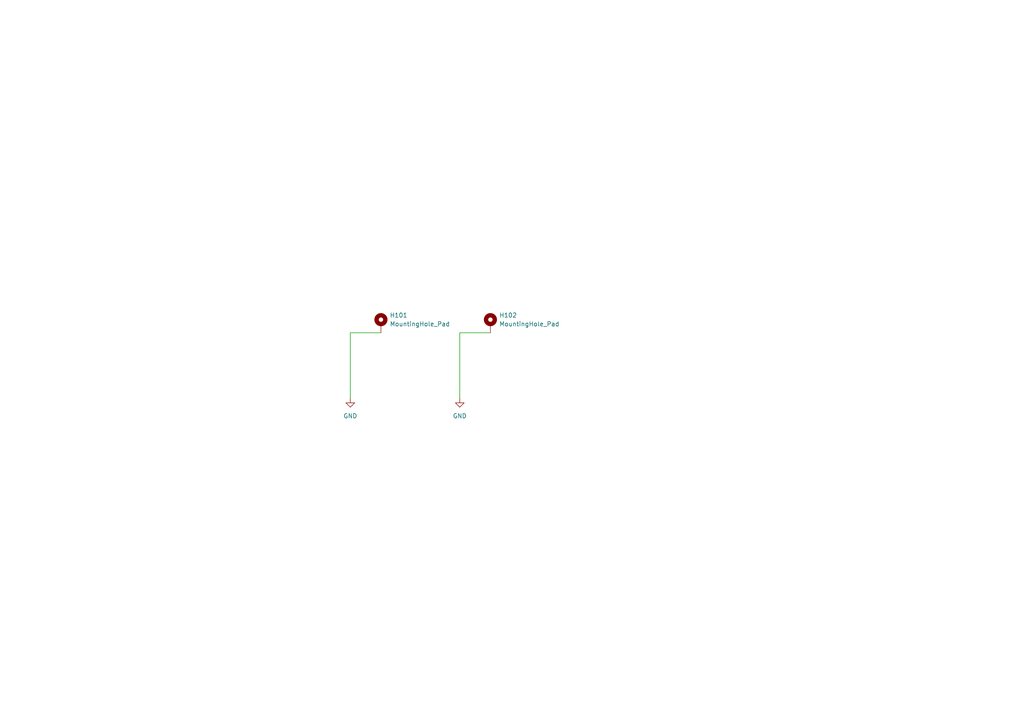
<source format=kicad_sch>
(kicad_sch (version 20231120) (generator "eeschema") (generator_version "8.0")
  (paper "A4")
  (title_block (title "bac Magnetorquer Placeholder XY 1U v1") (date "2025-03-20") (rev "2") (company "Build a CubeSat") (comment 1 "Manuel Imboden") (comment 2 "CC BY-SA 4.0") (comment 3 "https://buildacubesat.space"))
  (lib_symbols
    (symbol "Mechanical:MountingHole_Pad" (pin_numbers hide) (pin_names (offset 1.016) hide) (exclude_from_sim yes) (in_bom no)
      (property "Reference" "H" (at 0 6.35 0))
      (property "Value" "MountingHole_Pad" (at 0 4.445 0))
      (symbol "MountingHole_Pad_0_1"
        (circle (center 0 1.27) (radius 1.27) (stroke (width 1.27)))
      )
      (symbol "MountingHole_Pad_1_1"
        (pin input line (at 0 -2.54 90) (length 2.54) (name "1") (number "1"))
      )
    )
    (symbol "power:GND" (power) (pin_numbers hide) (pin_names (offset 0) hide)
      (property "Value" "GND" (at 0 -3.81 0))
      (symbol "GND_0_1"
        (polyline (pts (xy 0 0) (xy 0 -1.27) (xy 1.27 -1.27) (xy 0 -2.54) (xy -1.27 -1.27) (xy 0 -1.27)))
      )
      (symbol "GND_1_1"
        (pin power_in line (at 0 0 270) (length 0) (name "~") (number "1"))
      )
    )
  )
  (wire (pts (xy 133.35 96.52) (xy 133.35 115.57)))
  (wire (pts (xy 101.6 96.52) (xy 101.6 115.57)))
  (wire (pts (xy 110.49 96.52) (xy 101.6 96.52)))
  (wire (pts (xy 133.35 96.52) (xy 142.24 96.52)))
  (symbol (lib_id "Mechanical:MountingHole_Pad") (at 110.49 93.98 0) (unit 1) (exclude_from_sim yes) (in_bom no)
    (property "Reference" "H101" (at 113.03 91.4399 0) (effects (justify left)))
    (property "Value" "MountingHole_Pad" (at 113.03 93.9799 0) (effects (justify left)))
    (property "Footprint" "MountingHole:MountingHole_3.2mm_M3_ISO14580_Pad_TopBottom" (effects (hide yes)))
    (property "Description" "Mounting Hole with connection" (effects (hide yes)))
  )
  (symbol (lib_id "power:GND") (at 133.35 115.57 0) (unit 1)
    (property "Reference" "#PWR0102" (effects (hide yes)))
    (property "Value" "GND" (at 133.35 120.65 0))
    (property "Description" "Power symbol creates a global label with name \"GND\" , ground" (effects (hide yes)))
  )
  (symbol (lib_id "power:GND") (at 101.6 115.57 0) (unit 1)
    (property "Reference" "#PWR0101" (effects (hide yes)))
    (property "Value" "GND" (at 101.6 120.65 0))
    (property "Description" "Power symbol creates a global label with name \"GND\" , ground" (effects (hide yes)))
  )
  (symbol (lib_id "Mechanical:MountingHole_Pad") (at 142.24 93.98 0) (unit 1) (exclude_from_sim yes) (in_bom no)
    (property "Reference" "H102" (at 144.78 91.4399 0) (effects (justify left)))
    (property "Value" "MountingHole_Pad" (at 144.78 93.9799 0) (effects (justify left)))
    (property "Footprint" "MountingHole:MountingHole_3.2mm_M3_ISO14580_Pad_TopBottom" (effects (hide yes)))
    (property "Description" "Mounting Hole with connection" (effects (hide yes)))
  )
)
</source>
